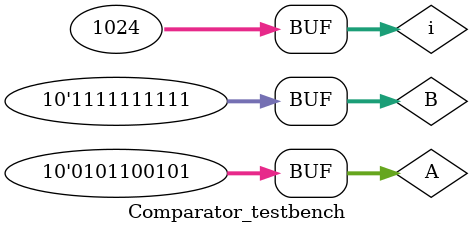
<source format=sv>
module Comparator(Reset, A, B, out);
	input logic Reset;
	input logic [9:0] A, B;
	output logic out;
	
		always_comb begin
		if (Reset)
			out = 0;
		else if (A[9] > B[9])
			out = 1;
		else if (A[9] < B[9])
			out = 0;
		else if (A[8] > B[8])
			out = 1;
		else if (A[8] < B[8])
			out = 0;
		else if (A[7] > B[7])
			out = 1;
		else if (A[7] < B[7])
			out = 0;
		else if (A[6] > B[6])
			out = 1;
		else if (A[6] < B[6])
			out = 0;
		else if (A[5] > B[5])
			out = 1;
		else if (A[5] < B[5])
			out = 0;
		else if (A[4] > B[4])
			out = 1;
		else if (A[4] < B[4])
			out = 0;
		else if (A[3] > B[3])
			out = 1;
		else if (A[3] < B[3])
			out = 0;
		else if (A[2] > B[2])
			out = 1;
		else if (A[2] < B[2])
			out = 0;
		else if (A[1] > B[1])
			out = 1;
		else if (A[1] < B[1])
			out = 0;
		else if (A[0] > B[0])
			out = 1;
		else  
			out = 0;
	end
	
endmodule

module Comparator_testbench();
	logic Reset;
	logic [9:0] A, B;
	logic out;
	Comparator dut (Reset, A, B, out);
	// Try all combinations of inputs.
	initial begin
		 A = 10'b0101100101;
	end
		integer i;
		
	initial begin
		for(i = 0; i < 1024; i++) begin
		B[9:0] = i; #10;
		end
	end
endmodule
	
</source>
